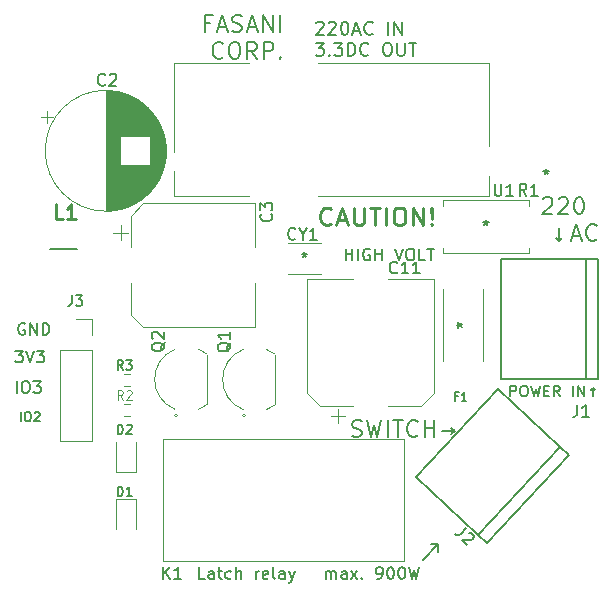
<source format=gto>
%TF.GenerationSoftware,KiCad,Pcbnew,7.0.1-3b83917a11~172~ubuntu20.04.1*%
%TF.CreationDate,2023-03-21T13:55:29+01:00*%
%TF.ProjectId,220AC-mini-C3-board,32323041-432d-46d6-996e-692d43332d62,rev?*%
%TF.SameCoordinates,Original*%
%TF.FileFunction,Legend,Top*%
%TF.FilePolarity,Positive*%
%FSLAX46Y46*%
G04 Gerber Fmt 4.6, Leading zero omitted, Abs format (unit mm)*
G04 Created by KiCad (PCBNEW 7.0.1-3b83917a11~172~ubuntu20.04.1) date 2023-03-21 13:55:29*
%MOMM*%
%LPD*%
G01*
G04 APERTURE LIST*
%ADD10C,0.150000*%
%ADD11C,0.140000*%
%ADD12C,0.250000*%
%ADD13C,0.180000*%
%ADD14C,0.120000*%
%ADD15C,0.130000*%
%ADD16C,0.254000*%
%ADD17C,0.127000*%
%ADD18C,0.200000*%
G04 APERTURE END LIST*
D10*
X140993333Y-96201000D02*
X141193333Y-96267666D01*
X141193333Y-96267666D02*
X141526667Y-96267666D01*
X141526667Y-96267666D02*
X141660000Y-96201000D01*
X141660000Y-96201000D02*
X141726667Y-96134333D01*
X141726667Y-96134333D02*
X141793333Y-96001000D01*
X141793333Y-96001000D02*
X141793333Y-95867666D01*
X141793333Y-95867666D02*
X141726667Y-95734333D01*
X141726667Y-95734333D02*
X141660000Y-95667666D01*
X141660000Y-95667666D02*
X141526667Y-95601000D01*
X141526667Y-95601000D02*
X141260000Y-95534333D01*
X141260000Y-95534333D02*
X141126667Y-95467666D01*
X141126667Y-95467666D02*
X141060000Y-95401000D01*
X141060000Y-95401000D02*
X140993333Y-95267666D01*
X140993333Y-95267666D02*
X140993333Y-95134333D01*
X140993333Y-95134333D02*
X141060000Y-95001000D01*
X141060000Y-95001000D02*
X141126667Y-94934333D01*
X141126667Y-94934333D02*
X141260000Y-94867666D01*
X141260000Y-94867666D02*
X141593333Y-94867666D01*
X141593333Y-94867666D02*
X141793333Y-94934333D01*
X142260000Y-94867666D02*
X142593333Y-96267666D01*
X142593333Y-96267666D02*
X142860000Y-95267666D01*
X142860000Y-95267666D02*
X143126666Y-96267666D01*
X143126666Y-96267666D02*
X143460000Y-94867666D01*
X143993333Y-96267666D02*
X143993333Y-94867666D01*
X144460000Y-94867666D02*
X145260000Y-94867666D01*
X144860000Y-96267666D02*
X144860000Y-94867666D01*
X146526667Y-96134333D02*
X146460000Y-96201000D01*
X146460000Y-96201000D02*
X146260000Y-96267666D01*
X146260000Y-96267666D02*
X146126667Y-96267666D01*
X146126667Y-96267666D02*
X145926667Y-96201000D01*
X145926667Y-96201000D02*
X145793334Y-96067666D01*
X145793334Y-96067666D02*
X145726667Y-95934333D01*
X145726667Y-95934333D02*
X145660000Y-95667666D01*
X145660000Y-95667666D02*
X145660000Y-95467666D01*
X145660000Y-95467666D02*
X145726667Y-95201000D01*
X145726667Y-95201000D02*
X145793334Y-95067666D01*
X145793334Y-95067666D02*
X145926667Y-94934333D01*
X145926667Y-94934333D02*
X146126667Y-94867666D01*
X146126667Y-94867666D02*
X146260000Y-94867666D01*
X146260000Y-94867666D02*
X146460000Y-94934333D01*
X146460000Y-94934333D02*
X146526667Y-95001000D01*
X147126667Y-96267666D02*
X147126667Y-94867666D01*
X147126667Y-95534333D02*
X147926667Y-95534333D01*
X147926667Y-96267666D02*
X147926667Y-94867666D01*
X148593334Y-95734333D02*
X149660001Y-95734333D01*
X149393334Y-96001000D02*
X149660001Y-95734333D01*
X149660001Y-95734333D02*
X149393334Y-95467666D01*
X154385714Y-92816357D02*
X154385714Y-91916357D01*
X154385714Y-91916357D02*
X154728571Y-91916357D01*
X154728571Y-91916357D02*
X154814286Y-91959214D01*
X154814286Y-91959214D02*
X154857143Y-92002071D01*
X154857143Y-92002071D02*
X154900000Y-92087785D01*
X154900000Y-92087785D02*
X154900000Y-92216357D01*
X154900000Y-92216357D02*
X154857143Y-92302071D01*
X154857143Y-92302071D02*
X154814286Y-92344928D01*
X154814286Y-92344928D02*
X154728571Y-92387785D01*
X154728571Y-92387785D02*
X154385714Y-92387785D01*
X155457143Y-91916357D02*
X155628571Y-91916357D01*
X155628571Y-91916357D02*
X155714286Y-91959214D01*
X155714286Y-91959214D02*
X155800000Y-92044928D01*
X155800000Y-92044928D02*
X155842857Y-92216357D01*
X155842857Y-92216357D02*
X155842857Y-92516357D01*
X155842857Y-92516357D02*
X155800000Y-92687785D01*
X155800000Y-92687785D02*
X155714286Y-92773500D01*
X155714286Y-92773500D02*
X155628571Y-92816357D01*
X155628571Y-92816357D02*
X155457143Y-92816357D01*
X155457143Y-92816357D02*
X155371429Y-92773500D01*
X155371429Y-92773500D02*
X155285714Y-92687785D01*
X155285714Y-92687785D02*
X155242857Y-92516357D01*
X155242857Y-92516357D02*
X155242857Y-92216357D01*
X155242857Y-92216357D02*
X155285714Y-92044928D01*
X155285714Y-92044928D02*
X155371429Y-91959214D01*
X155371429Y-91959214D02*
X155457143Y-91916357D01*
X156142857Y-91916357D02*
X156357143Y-92816357D01*
X156357143Y-92816357D02*
X156528571Y-92173500D01*
X156528571Y-92173500D02*
X156700000Y-92816357D01*
X156700000Y-92816357D02*
X156914286Y-91916357D01*
X157257142Y-92344928D02*
X157557142Y-92344928D01*
X157685714Y-92816357D02*
X157257142Y-92816357D01*
X157257142Y-92816357D02*
X157257142Y-91916357D01*
X157257142Y-91916357D02*
X157685714Y-91916357D01*
X158585714Y-92816357D02*
X158285714Y-92387785D01*
X158071428Y-92816357D02*
X158071428Y-91916357D01*
X158071428Y-91916357D02*
X158414285Y-91916357D01*
X158414285Y-91916357D02*
X158500000Y-91959214D01*
X158500000Y-91959214D02*
X158542857Y-92002071D01*
X158542857Y-92002071D02*
X158585714Y-92087785D01*
X158585714Y-92087785D02*
X158585714Y-92216357D01*
X158585714Y-92216357D02*
X158542857Y-92302071D01*
X158542857Y-92302071D02*
X158500000Y-92344928D01*
X158500000Y-92344928D02*
X158414285Y-92387785D01*
X158414285Y-92387785D02*
X158071428Y-92387785D01*
X159657142Y-92816357D02*
X159657142Y-91916357D01*
X160085713Y-92816357D02*
X160085713Y-91916357D01*
X160085713Y-91916357D02*
X160599999Y-92816357D01*
X160599999Y-92816357D02*
X160599999Y-91916357D01*
X161371427Y-92816357D02*
X161371427Y-92130642D01*
X161199999Y-92302071D02*
X161371427Y-92130642D01*
X161371427Y-92130642D02*
X161542856Y-92302071D01*
D11*
X128506189Y-108290119D02*
X128029999Y-108290119D01*
X128029999Y-108290119D02*
X128029999Y-107290119D01*
X129268094Y-108290119D02*
X129268094Y-107766309D01*
X129268094Y-107766309D02*
X129220475Y-107671071D01*
X129220475Y-107671071D02*
X129125237Y-107623452D01*
X129125237Y-107623452D02*
X128934761Y-107623452D01*
X128934761Y-107623452D02*
X128839523Y-107671071D01*
X129268094Y-108242500D02*
X129172856Y-108290119D01*
X129172856Y-108290119D02*
X128934761Y-108290119D01*
X128934761Y-108290119D02*
X128839523Y-108242500D01*
X128839523Y-108242500D02*
X128791904Y-108147261D01*
X128791904Y-108147261D02*
X128791904Y-108052023D01*
X128791904Y-108052023D02*
X128839523Y-107956785D01*
X128839523Y-107956785D02*
X128934761Y-107909166D01*
X128934761Y-107909166D02*
X129172856Y-107909166D01*
X129172856Y-107909166D02*
X129268094Y-107861547D01*
X129601428Y-107623452D02*
X129982380Y-107623452D01*
X129744285Y-107290119D02*
X129744285Y-108147261D01*
X129744285Y-108147261D02*
X129791904Y-108242500D01*
X129791904Y-108242500D02*
X129887142Y-108290119D01*
X129887142Y-108290119D02*
X129982380Y-108290119D01*
X130744285Y-108242500D02*
X130649047Y-108290119D01*
X130649047Y-108290119D02*
X130458571Y-108290119D01*
X130458571Y-108290119D02*
X130363333Y-108242500D01*
X130363333Y-108242500D02*
X130315714Y-108194880D01*
X130315714Y-108194880D02*
X130268095Y-108099642D01*
X130268095Y-108099642D02*
X130268095Y-107813928D01*
X130268095Y-107813928D02*
X130315714Y-107718690D01*
X130315714Y-107718690D02*
X130363333Y-107671071D01*
X130363333Y-107671071D02*
X130458571Y-107623452D01*
X130458571Y-107623452D02*
X130649047Y-107623452D01*
X130649047Y-107623452D02*
X130744285Y-107671071D01*
X131172857Y-108290119D02*
X131172857Y-107290119D01*
X131601428Y-108290119D02*
X131601428Y-107766309D01*
X131601428Y-107766309D02*
X131553809Y-107671071D01*
X131553809Y-107671071D02*
X131458571Y-107623452D01*
X131458571Y-107623452D02*
X131315714Y-107623452D01*
X131315714Y-107623452D02*
X131220476Y-107671071D01*
X131220476Y-107671071D02*
X131172857Y-107718690D01*
X132839524Y-108290119D02*
X132839524Y-107623452D01*
X132839524Y-107813928D02*
X132887143Y-107718690D01*
X132887143Y-107718690D02*
X132934762Y-107671071D01*
X132934762Y-107671071D02*
X133030000Y-107623452D01*
X133030000Y-107623452D02*
X133125238Y-107623452D01*
X133839524Y-108242500D02*
X133744286Y-108290119D01*
X133744286Y-108290119D02*
X133553810Y-108290119D01*
X133553810Y-108290119D02*
X133458572Y-108242500D01*
X133458572Y-108242500D02*
X133410953Y-108147261D01*
X133410953Y-108147261D02*
X133410953Y-107766309D01*
X133410953Y-107766309D02*
X133458572Y-107671071D01*
X133458572Y-107671071D02*
X133553810Y-107623452D01*
X133553810Y-107623452D02*
X133744286Y-107623452D01*
X133744286Y-107623452D02*
X133839524Y-107671071D01*
X133839524Y-107671071D02*
X133887143Y-107766309D01*
X133887143Y-107766309D02*
X133887143Y-107861547D01*
X133887143Y-107861547D02*
X133410953Y-107956785D01*
X134458572Y-108290119D02*
X134363334Y-108242500D01*
X134363334Y-108242500D02*
X134315715Y-108147261D01*
X134315715Y-108147261D02*
X134315715Y-107290119D01*
X135268096Y-108290119D02*
X135268096Y-107766309D01*
X135268096Y-107766309D02*
X135220477Y-107671071D01*
X135220477Y-107671071D02*
X135125239Y-107623452D01*
X135125239Y-107623452D02*
X134934763Y-107623452D01*
X134934763Y-107623452D02*
X134839525Y-107671071D01*
X135268096Y-108242500D02*
X135172858Y-108290119D01*
X135172858Y-108290119D02*
X134934763Y-108290119D01*
X134934763Y-108290119D02*
X134839525Y-108242500D01*
X134839525Y-108242500D02*
X134791906Y-108147261D01*
X134791906Y-108147261D02*
X134791906Y-108052023D01*
X134791906Y-108052023D02*
X134839525Y-107956785D01*
X134839525Y-107956785D02*
X134934763Y-107909166D01*
X134934763Y-107909166D02*
X135172858Y-107909166D01*
X135172858Y-107909166D02*
X135268096Y-107861547D01*
X135649049Y-107623452D02*
X135887144Y-108290119D01*
X136125239Y-107623452D02*
X135887144Y-108290119D01*
X135887144Y-108290119D02*
X135791906Y-108528214D01*
X135791906Y-108528214D02*
X135744287Y-108575833D01*
X135744287Y-108575833D02*
X135649049Y-108623452D01*
D10*
X112920000Y-94940095D02*
X112920000Y-94140095D01*
X113453333Y-94140095D02*
X113605714Y-94140095D01*
X113605714Y-94140095D02*
X113681904Y-94178190D01*
X113681904Y-94178190D02*
X113758095Y-94254380D01*
X113758095Y-94254380D02*
X113796190Y-94406761D01*
X113796190Y-94406761D02*
X113796190Y-94673428D01*
X113796190Y-94673428D02*
X113758095Y-94825809D01*
X113758095Y-94825809D02*
X113681904Y-94902000D01*
X113681904Y-94902000D02*
X113605714Y-94940095D01*
X113605714Y-94940095D02*
X113453333Y-94940095D01*
X113453333Y-94940095D02*
X113377142Y-94902000D01*
X113377142Y-94902000D02*
X113300952Y-94825809D01*
X113300952Y-94825809D02*
X113262856Y-94673428D01*
X113262856Y-94673428D02*
X113262856Y-94406761D01*
X113262856Y-94406761D02*
X113300952Y-94254380D01*
X113300952Y-94254380D02*
X113377142Y-94178190D01*
X113377142Y-94178190D02*
X113453333Y-94140095D01*
X114100951Y-94216285D02*
X114139047Y-94178190D01*
X114139047Y-94178190D02*
X114215237Y-94140095D01*
X114215237Y-94140095D02*
X114405713Y-94140095D01*
X114405713Y-94140095D02*
X114481904Y-94178190D01*
X114481904Y-94178190D02*
X114519999Y-94216285D01*
X114519999Y-94216285D02*
X114558094Y-94292476D01*
X114558094Y-94292476D02*
X114558094Y-94368666D01*
X114558094Y-94368666D02*
X114519999Y-94482952D01*
X114519999Y-94482952D02*
X114062856Y-94940095D01*
X114062856Y-94940095D02*
X114558094Y-94940095D01*
X112489048Y-88955952D02*
X113108095Y-88955952D01*
X113108095Y-88955952D02*
X112774762Y-89336904D01*
X112774762Y-89336904D02*
X112917619Y-89336904D01*
X112917619Y-89336904D02*
X113012857Y-89384523D01*
X113012857Y-89384523D02*
X113060476Y-89432142D01*
X113060476Y-89432142D02*
X113108095Y-89527380D01*
X113108095Y-89527380D02*
X113108095Y-89765475D01*
X113108095Y-89765475D02*
X113060476Y-89860713D01*
X113060476Y-89860713D02*
X113012857Y-89908333D01*
X113012857Y-89908333D02*
X112917619Y-89955952D01*
X112917619Y-89955952D02*
X112631905Y-89955952D01*
X112631905Y-89955952D02*
X112536667Y-89908333D01*
X112536667Y-89908333D02*
X112489048Y-89860713D01*
X113393810Y-88955952D02*
X113727143Y-89955952D01*
X113727143Y-89955952D02*
X114060476Y-88955952D01*
X114298572Y-88955952D02*
X114917619Y-88955952D01*
X114917619Y-88955952D02*
X114584286Y-89336904D01*
X114584286Y-89336904D02*
X114727143Y-89336904D01*
X114727143Y-89336904D02*
X114822381Y-89384523D01*
X114822381Y-89384523D02*
X114870000Y-89432142D01*
X114870000Y-89432142D02*
X114917619Y-89527380D01*
X114917619Y-89527380D02*
X114917619Y-89765475D01*
X114917619Y-89765475D02*
X114870000Y-89860713D01*
X114870000Y-89860713D02*
X114822381Y-89908333D01*
X114822381Y-89908333D02*
X114727143Y-89955952D01*
X114727143Y-89955952D02*
X114441429Y-89955952D01*
X114441429Y-89955952D02*
X114346191Y-89908333D01*
X114346191Y-89908333D02*
X114298572Y-89860713D01*
D11*
X137949523Y-61217142D02*
X138001904Y-61164761D01*
X138001904Y-61164761D02*
X138106666Y-61112380D01*
X138106666Y-61112380D02*
X138368571Y-61112380D01*
X138368571Y-61112380D02*
X138473333Y-61164761D01*
X138473333Y-61164761D02*
X138525714Y-61217142D01*
X138525714Y-61217142D02*
X138578095Y-61321904D01*
X138578095Y-61321904D02*
X138578095Y-61426666D01*
X138578095Y-61426666D02*
X138525714Y-61583809D01*
X138525714Y-61583809D02*
X137897142Y-62212380D01*
X137897142Y-62212380D02*
X138578095Y-62212380D01*
X138997142Y-61217142D02*
X139049523Y-61164761D01*
X139049523Y-61164761D02*
X139154285Y-61112380D01*
X139154285Y-61112380D02*
X139416190Y-61112380D01*
X139416190Y-61112380D02*
X139520952Y-61164761D01*
X139520952Y-61164761D02*
X139573333Y-61217142D01*
X139573333Y-61217142D02*
X139625714Y-61321904D01*
X139625714Y-61321904D02*
X139625714Y-61426666D01*
X139625714Y-61426666D02*
X139573333Y-61583809D01*
X139573333Y-61583809D02*
X138944761Y-62212380D01*
X138944761Y-62212380D02*
X139625714Y-62212380D01*
X140306666Y-61112380D02*
X140411428Y-61112380D01*
X140411428Y-61112380D02*
X140516190Y-61164761D01*
X140516190Y-61164761D02*
X140568571Y-61217142D01*
X140568571Y-61217142D02*
X140620952Y-61321904D01*
X140620952Y-61321904D02*
X140673333Y-61531428D01*
X140673333Y-61531428D02*
X140673333Y-61793333D01*
X140673333Y-61793333D02*
X140620952Y-62002857D01*
X140620952Y-62002857D02*
X140568571Y-62107619D01*
X140568571Y-62107619D02*
X140516190Y-62160000D01*
X140516190Y-62160000D02*
X140411428Y-62212380D01*
X140411428Y-62212380D02*
X140306666Y-62212380D01*
X140306666Y-62212380D02*
X140201904Y-62160000D01*
X140201904Y-62160000D02*
X140149523Y-62107619D01*
X140149523Y-62107619D02*
X140097142Y-62002857D01*
X140097142Y-62002857D02*
X140044761Y-61793333D01*
X140044761Y-61793333D02*
X140044761Y-61531428D01*
X140044761Y-61531428D02*
X140097142Y-61321904D01*
X140097142Y-61321904D02*
X140149523Y-61217142D01*
X140149523Y-61217142D02*
X140201904Y-61164761D01*
X140201904Y-61164761D02*
X140306666Y-61112380D01*
X141092380Y-61898095D02*
X141616190Y-61898095D01*
X140987618Y-62212380D02*
X141354285Y-61112380D01*
X141354285Y-61112380D02*
X141720952Y-62212380D01*
X142716190Y-62107619D02*
X142663809Y-62160000D01*
X142663809Y-62160000D02*
X142506666Y-62212380D01*
X142506666Y-62212380D02*
X142401904Y-62212380D01*
X142401904Y-62212380D02*
X142244761Y-62160000D01*
X142244761Y-62160000D02*
X142139999Y-62055238D01*
X142139999Y-62055238D02*
X142087618Y-61950476D01*
X142087618Y-61950476D02*
X142035237Y-61740952D01*
X142035237Y-61740952D02*
X142035237Y-61583809D01*
X142035237Y-61583809D02*
X142087618Y-61374285D01*
X142087618Y-61374285D02*
X142139999Y-61269523D01*
X142139999Y-61269523D02*
X142244761Y-61164761D01*
X142244761Y-61164761D02*
X142401904Y-61112380D01*
X142401904Y-61112380D02*
X142506666Y-61112380D01*
X142506666Y-61112380D02*
X142663809Y-61164761D01*
X142663809Y-61164761D02*
X142716190Y-61217142D01*
X144025713Y-62212380D02*
X144025713Y-61112380D01*
X144549523Y-62212380D02*
X144549523Y-61112380D01*
X144549523Y-61112380D02*
X145178095Y-62212380D01*
X145178095Y-62212380D02*
X145178095Y-61112380D01*
X137897142Y-62894380D02*
X138578095Y-62894380D01*
X138578095Y-62894380D02*
X138211428Y-63313428D01*
X138211428Y-63313428D02*
X138368571Y-63313428D01*
X138368571Y-63313428D02*
X138473333Y-63365809D01*
X138473333Y-63365809D02*
X138525714Y-63418190D01*
X138525714Y-63418190D02*
X138578095Y-63522952D01*
X138578095Y-63522952D02*
X138578095Y-63784857D01*
X138578095Y-63784857D02*
X138525714Y-63889619D01*
X138525714Y-63889619D02*
X138473333Y-63942000D01*
X138473333Y-63942000D02*
X138368571Y-63994380D01*
X138368571Y-63994380D02*
X138054285Y-63994380D01*
X138054285Y-63994380D02*
X137949523Y-63942000D01*
X137949523Y-63942000D02*
X137897142Y-63889619D01*
X139049523Y-63889619D02*
X139101904Y-63942000D01*
X139101904Y-63942000D02*
X139049523Y-63994380D01*
X139049523Y-63994380D02*
X138997142Y-63942000D01*
X138997142Y-63942000D02*
X139049523Y-63889619D01*
X139049523Y-63889619D02*
X139049523Y-63994380D01*
X139468571Y-62894380D02*
X140149524Y-62894380D01*
X140149524Y-62894380D02*
X139782857Y-63313428D01*
X139782857Y-63313428D02*
X139940000Y-63313428D01*
X139940000Y-63313428D02*
X140044762Y-63365809D01*
X140044762Y-63365809D02*
X140097143Y-63418190D01*
X140097143Y-63418190D02*
X140149524Y-63522952D01*
X140149524Y-63522952D02*
X140149524Y-63784857D01*
X140149524Y-63784857D02*
X140097143Y-63889619D01*
X140097143Y-63889619D02*
X140044762Y-63942000D01*
X140044762Y-63942000D02*
X139940000Y-63994380D01*
X139940000Y-63994380D02*
X139625714Y-63994380D01*
X139625714Y-63994380D02*
X139520952Y-63942000D01*
X139520952Y-63942000D02*
X139468571Y-63889619D01*
X140620952Y-63994380D02*
X140620952Y-62894380D01*
X140620952Y-62894380D02*
X140882857Y-62894380D01*
X140882857Y-62894380D02*
X141040000Y-62946761D01*
X141040000Y-62946761D02*
X141144762Y-63051523D01*
X141144762Y-63051523D02*
X141197143Y-63156285D01*
X141197143Y-63156285D02*
X141249524Y-63365809D01*
X141249524Y-63365809D02*
X141249524Y-63522952D01*
X141249524Y-63522952D02*
X141197143Y-63732476D01*
X141197143Y-63732476D02*
X141144762Y-63837238D01*
X141144762Y-63837238D02*
X141040000Y-63942000D01*
X141040000Y-63942000D02*
X140882857Y-63994380D01*
X140882857Y-63994380D02*
X140620952Y-63994380D01*
X142349524Y-63889619D02*
X142297143Y-63942000D01*
X142297143Y-63942000D02*
X142140000Y-63994380D01*
X142140000Y-63994380D02*
X142035238Y-63994380D01*
X142035238Y-63994380D02*
X141878095Y-63942000D01*
X141878095Y-63942000D02*
X141773333Y-63837238D01*
X141773333Y-63837238D02*
X141720952Y-63732476D01*
X141720952Y-63732476D02*
X141668571Y-63522952D01*
X141668571Y-63522952D02*
X141668571Y-63365809D01*
X141668571Y-63365809D02*
X141720952Y-63156285D01*
X141720952Y-63156285D02*
X141773333Y-63051523D01*
X141773333Y-63051523D02*
X141878095Y-62946761D01*
X141878095Y-62946761D02*
X142035238Y-62894380D01*
X142035238Y-62894380D02*
X142140000Y-62894380D01*
X142140000Y-62894380D02*
X142297143Y-62946761D01*
X142297143Y-62946761D02*
X142349524Y-62999142D01*
X143868571Y-62894380D02*
X144078095Y-62894380D01*
X144078095Y-62894380D02*
X144182857Y-62946761D01*
X144182857Y-62946761D02*
X144287619Y-63051523D01*
X144287619Y-63051523D02*
X144340000Y-63261047D01*
X144340000Y-63261047D02*
X144340000Y-63627714D01*
X144340000Y-63627714D02*
X144287619Y-63837238D01*
X144287619Y-63837238D02*
X144182857Y-63942000D01*
X144182857Y-63942000D02*
X144078095Y-63994380D01*
X144078095Y-63994380D02*
X143868571Y-63994380D01*
X143868571Y-63994380D02*
X143763809Y-63942000D01*
X143763809Y-63942000D02*
X143659047Y-63837238D01*
X143659047Y-63837238D02*
X143606666Y-63627714D01*
X143606666Y-63627714D02*
X143606666Y-63261047D01*
X143606666Y-63261047D02*
X143659047Y-63051523D01*
X143659047Y-63051523D02*
X143763809Y-62946761D01*
X143763809Y-62946761D02*
X143868571Y-62894380D01*
X144811428Y-62894380D02*
X144811428Y-63784857D01*
X144811428Y-63784857D02*
X144863809Y-63889619D01*
X144863809Y-63889619D02*
X144916190Y-63942000D01*
X144916190Y-63942000D02*
X145020952Y-63994380D01*
X145020952Y-63994380D02*
X145230476Y-63994380D01*
X145230476Y-63994380D02*
X145335238Y-63942000D01*
X145335238Y-63942000D02*
X145387619Y-63889619D01*
X145387619Y-63889619D02*
X145440000Y-63784857D01*
X145440000Y-63784857D02*
X145440000Y-62894380D01*
X145806666Y-62894380D02*
X146435238Y-62894380D01*
X146120952Y-63994380D02*
X146120952Y-62894380D01*
D10*
X140438095Y-81312619D02*
X140438095Y-80312619D01*
X140438095Y-80788809D02*
X141009523Y-80788809D01*
X141009523Y-81312619D02*
X141009523Y-80312619D01*
X141485714Y-81312619D02*
X141485714Y-80312619D01*
X142485713Y-80360238D02*
X142390475Y-80312619D01*
X142390475Y-80312619D02*
X142247618Y-80312619D01*
X142247618Y-80312619D02*
X142104761Y-80360238D01*
X142104761Y-80360238D02*
X142009523Y-80455476D01*
X142009523Y-80455476D02*
X141961904Y-80550714D01*
X141961904Y-80550714D02*
X141914285Y-80741190D01*
X141914285Y-80741190D02*
X141914285Y-80884047D01*
X141914285Y-80884047D02*
X141961904Y-81074523D01*
X141961904Y-81074523D02*
X142009523Y-81169761D01*
X142009523Y-81169761D02*
X142104761Y-81265000D01*
X142104761Y-81265000D02*
X142247618Y-81312619D01*
X142247618Y-81312619D02*
X142342856Y-81312619D01*
X142342856Y-81312619D02*
X142485713Y-81265000D01*
X142485713Y-81265000D02*
X142533332Y-81217380D01*
X142533332Y-81217380D02*
X142533332Y-80884047D01*
X142533332Y-80884047D02*
X142342856Y-80884047D01*
X142961904Y-81312619D02*
X142961904Y-80312619D01*
X142961904Y-80788809D02*
X143533332Y-80788809D01*
X143533332Y-81312619D02*
X143533332Y-80312619D01*
X144628571Y-80312619D02*
X144961904Y-81312619D01*
X144961904Y-81312619D02*
X145295237Y-80312619D01*
X145819047Y-80312619D02*
X146009523Y-80312619D01*
X146009523Y-80312619D02*
X146104761Y-80360238D01*
X146104761Y-80360238D02*
X146199999Y-80455476D01*
X146199999Y-80455476D02*
X146247618Y-80645952D01*
X146247618Y-80645952D02*
X146247618Y-80979285D01*
X146247618Y-80979285D02*
X146199999Y-81169761D01*
X146199999Y-81169761D02*
X146104761Y-81265000D01*
X146104761Y-81265000D02*
X146009523Y-81312619D01*
X146009523Y-81312619D02*
X145819047Y-81312619D01*
X145819047Y-81312619D02*
X145723809Y-81265000D01*
X145723809Y-81265000D02*
X145628571Y-81169761D01*
X145628571Y-81169761D02*
X145580952Y-80979285D01*
X145580952Y-80979285D02*
X145580952Y-80645952D01*
X145580952Y-80645952D02*
X145628571Y-80455476D01*
X145628571Y-80455476D02*
X145723809Y-80360238D01*
X145723809Y-80360238D02*
X145819047Y-80312619D01*
X147152380Y-81312619D02*
X146676190Y-81312619D01*
X146676190Y-81312619D02*
X146676190Y-80312619D01*
X147342857Y-80312619D02*
X147914285Y-80312619D01*
X147628571Y-81312619D02*
X147628571Y-80312619D01*
X157150000Y-76117000D02*
X157216667Y-76050333D01*
X157216667Y-76050333D02*
X157350000Y-75983666D01*
X157350000Y-75983666D02*
X157683334Y-75983666D01*
X157683334Y-75983666D02*
X157816667Y-76050333D01*
X157816667Y-76050333D02*
X157883334Y-76117000D01*
X157883334Y-76117000D02*
X157950000Y-76250333D01*
X157950000Y-76250333D02*
X157950000Y-76383666D01*
X157950000Y-76383666D02*
X157883334Y-76583666D01*
X157883334Y-76583666D02*
X157083334Y-77383666D01*
X157083334Y-77383666D02*
X157950000Y-77383666D01*
X158483333Y-76117000D02*
X158550000Y-76050333D01*
X158550000Y-76050333D02*
X158683333Y-75983666D01*
X158683333Y-75983666D02*
X159016667Y-75983666D01*
X159016667Y-75983666D02*
X159150000Y-76050333D01*
X159150000Y-76050333D02*
X159216667Y-76117000D01*
X159216667Y-76117000D02*
X159283333Y-76250333D01*
X159283333Y-76250333D02*
X159283333Y-76383666D01*
X159283333Y-76383666D02*
X159216667Y-76583666D01*
X159216667Y-76583666D02*
X158416667Y-77383666D01*
X158416667Y-77383666D02*
X159283333Y-77383666D01*
X160150000Y-75983666D02*
X160283333Y-75983666D01*
X160283333Y-75983666D02*
X160416666Y-76050333D01*
X160416666Y-76050333D02*
X160483333Y-76117000D01*
X160483333Y-76117000D02*
X160550000Y-76250333D01*
X160550000Y-76250333D02*
X160616666Y-76517000D01*
X160616666Y-76517000D02*
X160616666Y-76850333D01*
X160616666Y-76850333D02*
X160550000Y-77117000D01*
X160550000Y-77117000D02*
X160483333Y-77250333D01*
X160483333Y-77250333D02*
X160416666Y-77317000D01*
X160416666Y-77317000D02*
X160283333Y-77383666D01*
X160283333Y-77383666D02*
X160150000Y-77383666D01*
X160150000Y-77383666D02*
X160016666Y-77317000D01*
X160016666Y-77317000D02*
X159950000Y-77250333D01*
X159950000Y-77250333D02*
X159883333Y-77117000D01*
X159883333Y-77117000D02*
X159816666Y-76850333D01*
X159816666Y-76850333D02*
X159816666Y-76517000D01*
X159816666Y-76517000D02*
X159883333Y-76250333D01*
X159883333Y-76250333D02*
X159950000Y-76117000D01*
X159950000Y-76117000D02*
X160016666Y-76050333D01*
X160016666Y-76050333D02*
X160150000Y-75983666D01*
X158483333Y-78585000D02*
X158483333Y-79651666D01*
X158750000Y-79385000D02*
X158483333Y-79651666D01*
X158483333Y-79651666D02*
X158216667Y-79385000D01*
X159616666Y-79251666D02*
X160283333Y-79251666D01*
X159483333Y-79651666D02*
X159950000Y-78251666D01*
X159950000Y-78251666D02*
X160416666Y-79651666D01*
X161683333Y-79518333D02*
X161616666Y-79585000D01*
X161616666Y-79585000D02*
X161416666Y-79651666D01*
X161416666Y-79651666D02*
X161283333Y-79651666D01*
X161283333Y-79651666D02*
X161083333Y-79585000D01*
X161083333Y-79585000D02*
X160950000Y-79451666D01*
X160950000Y-79451666D02*
X160883333Y-79318333D01*
X160883333Y-79318333D02*
X160816666Y-79051666D01*
X160816666Y-79051666D02*
X160816666Y-78851666D01*
X160816666Y-78851666D02*
X160883333Y-78585000D01*
X160883333Y-78585000D02*
X160950000Y-78451666D01*
X160950000Y-78451666D02*
X161083333Y-78318333D01*
X161083333Y-78318333D02*
X161283333Y-78251666D01*
X161283333Y-78251666D02*
X161416666Y-78251666D01*
X161416666Y-78251666D02*
X161616666Y-78318333D01*
X161616666Y-78318333D02*
X161683333Y-78385000D01*
D12*
X139214285Y-78201071D02*
X139142857Y-78272500D01*
X139142857Y-78272500D02*
X138928571Y-78343928D01*
X138928571Y-78343928D02*
X138785714Y-78343928D01*
X138785714Y-78343928D02*
X138571428Y-78272500D01*
X138571428Y-78272500D02*
X138428571Y-78129642D01*
X138428571Y-78129642D02*
X138357142Y-77986785D01*
X138357142Y-77986785D02*
X138285714Y-77701071D01*
X138285714Y-77701071D02*
X138285714Y-77486785D01*
X138285714Y-77486785D02*
X138357142Y-77201071D01*
X138357142Y-77201071D02*
X138428571Y-77058214D01*
X138428571Y-77058214D02*
X138571428Y-76915357D01*
X138571428Y-76915357D02*
X138785714Y-76843928D01*
X138785714Y-76843928D02*
X138928571Y-76843928D01*
X138928571Y-76843928D02*
X139142857Y-76915357D01*
X139142857Y-76915357D02*
X139214285Y-76986785D01*
X139785714Y-77915357D02*
X140500000Y-77915357D01*
X139642857Y-78343928D02*
X140142857Y-76843928D01*
X140142857Y-76843928D02*
X140642857Y-78343928D01*
X141142856Y-76843928D02*
X141142856Y-78058214D01*
X141142856Y-78058214D02*
X141214285Y-78201071D01*
X141214285Y-78201071D02*
X141285714Y-78272500D01*
X141285714Y-78272500D02*
X141428571Y-78343928D01*
X141428571Y-78343928D02*
X141714285Y-78343928D01*
X141714285Y-78343928D02*
X141857142Y-78272500D01*
X141857142Y-78272500D02*
X141928571Y-78201071D01*
X141928571Y-78201071D02*
X141999999Y-78058214D01*
X141999999Y-78058214D02*
X141999999Y-76843928D01*
X142500000Y-76843928D02*
X143357143Y-76843928D01*
X142928571Y-78343928D02*
X142928571Y-76843928D01*
X143857142Y-78343928D02*
X143857142Y-76843928D01*
X144857143Y-76843928D02*
X145142857Y-76843928D01*
X145142857Y-76843928D02*
X145285714Y-76915357D01*
X145285714Y-76915357D02*
X145428571Y-77058214D01*
X145428571Y-77058214D02*
X145500000Y-77343928D01*
X145500000Y-77343928D02*
X145500000Y-77843928D01*
X145500000Y-77843928D02*
X145428571Y-78129642D01*
X145428571Y-78129642D02*
X145285714Y-78272500D01*
X145285714Y-78272500D02*
X145142857Y-78343928D01*
X145142857Y-78343928D02*
X144857143Y-78343928D01*
X144857143Y-78343928D02*
X144714286Y-78272500D01*
X144714286Y-78272500D02*
X144571428Y-78129642D01*
X144571428Y-78129642D02*
X144500000Y-77843928D01*
X144500000Y-77843928D02*
X144500000Y-77343928D01*
X144500000Y-77343928D02*
X144571428Y-77058214D01*
X144571428Y-77058214D02*
X144714286Y-76915357D01*
X144714286Y-76915357D02*
X144857143Y-76843928D01*
X146142857Y-78343928D02*
X146142857Y-76843928D01*
X146142857Y-76843928D02*
X147000000Y-78343928D01*
X147000000Y-78343928D02*
X147000000Y-76843928D01*
X147714286Y-78201071D02*
X147785715Y-78272500D01*
X147785715Y-78272500D02*
X147714286Y-78343928D01*
X147714286Y-78343928D02*
X147642858Y-78272500D01*
X147642858Y-78272500D02*
X147714286Y-78201071D01*
X147714286Y-78201071D02*
X147714286Y-78343928D01*
X147714286Y-77772500D02*
X147642858Y-76915357D01*
X147642858Y-76915357D02*
X147714286Y-76843928D01*
X147714286Y-76843928D02*
X147785715Y-76915357D01*
X147785715Y-76915357D02*
X147714286Y-77772500D01*
X147714286Y-77772500D02*
X147714286Y-76843928D01*
D10*
X138765238Y-108282619D02*
X138765238Y-107615952D01*
X138765238Y-107711190D02*
X138812857Y-107663571D01*
X138812857Y-107663571D02*
X138908095Y-107615952D01*
X138908095Y-107615952D02*
X139050952Y-107615952D01*
X139050952Y-107615952D02*
X139146190Y-107663571D01*
X139146190Y-107663571D02*
X139193809Y-107758809D01*
X139193809Y-107758809D02*
X139193809Y-108282619D01*
X139193809Y-107758809D02*
X139241428Y-107663571D01*
X139241428Y-107663571D02*
X139336666Y-107615952D01*
X139336666Y-107615952D02*
X139479523Y-107615952D01*
X139479523Y-107615952D02*
X139574762Y-107663571D01*
X139574762Y-107663571D02*
X139622381Y-107758809D01*
X139622381Y-107758809D02*
X139622381Y-108282619D01*
X140527142Y-108282619D02*
X140527142Y-107758809D01*
X140527142Y-107758809D02*
X140479523Y-107663571D01*
X140479523Y-107663571D02*
X140384285Y-107615952D01*
X140384285Y-107615952D02*
X140193809Y-107615952D01*
X140193809Y-107615952D02*
X140098571Y-107663571D01*
X140527142Y-108235000D02*
X140431904Y-108282619D01*
X140431904Y-108282619D02*
X140193809Y-108282619D01*
X140193809Y-108282619D02*
X140098571Y-108235000D01*
X140098571Y-108235000D02*
X140050952Y-108139761D01*
X140050952Y-108139761D02*
X140050952Y-108044523D01*
X140050952Y-108044523D02*
X140098571Y-107949285D01*
X140098571Y-107949285D02*
X140193809Y-107901666D01*
X140193809Y-107901666D02*
X140431904Y-107901666D01*
X140431904Y-107901666D02*
X140527142Y-107854047D01*
X140908095Y-108282619D02*
X141431904Y-107615952D01*
X140908095Y-107615952D02*
X141431904Y-108282619D01*
X141812857Y-108187380D02*
X141860476Y-108235000D01*
X141860476Y-108235000D02*
X141812857Y-108282619D01*
X141812857Y-108282619D02*
X141765238Y-108235000D01*
X141765238Y-108235000D02*
X141812857Y-108187380D01*
X141812857Y-108187380D02*
X141812857Y-108282619D01*
X143098571Y-108282619D02*
X143289047Y-108282619D01*
X143289047Y-108282619D02*
X143384285Y-108235000D01*
X143384285Y-108235000D02*
X143431904Y-108187380D01*
X143431904Y-108187380D02*
X143527142Y-108044523D01*
X143527142Y-108044523D02*
X143574761Y-107854047D01*
X143574761Y-107854047D02*
X143574761Y-107473095D01*
X143574761Y-107473095D02*
X143527142Y-107377857D01*
X143527142Y-107377857D02*
X143479523Y-107330238D01*
X143479523Y-107330238D02*
X143384285Y-107282619D01*
X143384285Y-107282619D02*
X143193809Y-107282619D01*
X143193809Y-107282619D02*
X143098571Y-107330238D01*
X143098571Y-107330238D02*
X143050952Y-107377857D01*
X143050952Y-107377857D02*
X143003333Y-107473095D01*
X143003333Y-107473095D02*
X143003333Y-107711190D01*
X143003333Y-107711190D02*
X143050952Y-107806428D01*
X143050952Y-107806428D02*
X143098571Y-107854047D01*
X143098571Y-107854047D02*
X143193809Y-107901666D01*
X143193809Y-107901666D02*
X143384285Y-107901666D01*
X143384285Y-107901666D02*
X143479523Y-107854047D01*
X143479523Y-107854047D02*
X143527142Y-107806428D01*
X143527142Y-107806428D02*
X143574761Y-107711190D01*
X144193809Y-107282619D02*
X144289047Y-107282619D01*
X144289047Y-107282619D02*
X144384285Y-107330238D01*
X144384285Y-107330238D02*
X144431904Y-107377857D01*
X144431904Y-107377857D02*
X144479523Y-107473095D01*
X144479523Y-107473095D02*
X144527142Y-107663571D01*
X144527142Y-107663571D02*
X144527142Y-107901666D01*
X144527142Y-107901666D02*
X144479523Y-108092142D01*
X144479523Y-108092142D02*
X144431904Y-108187380D01*
X144431904Y-108187380D02*
X144384285Y-108235000D01*
X144384285Y-108235000D02*
X144289047Y-108282619D01*
X144289047Y-108282619D02*
X144193809Y-108282619D01*
X144193809Y-108282619D02*
X144098571Y-108235000D01*
X144098571Y-108235000D02*
X144050952Y-108187380D01*
X144050952Y-108187380D02*
X144003333Y-108092142D01*
X144003333Y-108092142D02*
X143955714Y-107901666D01*
X143955714Y-107901666D02*
X143955714Y-107663571D01*
X143955714Y-107663571D02*
X144003333Y-107473095D01*
X144003333Y-107473095D02*
X144050952Y-107377857D01*
X144050952Y-107377857D02*
X144098571Y-107330238D01*
X144098571Y-107330238D02*
X144193809Y-107282619D01*
X145146190Y-107282619D02*
X145241428Y-107282619D01*
X145241428Y-107282619D02*
X145336666Y-107330238D01*
X145336666Y-107330238D02*
X145384285Y-107377857D01*
X145384285Y-107377857D02*
X145431904Y-107473095D01*
X145431904Y-107473095D02*
X145479523Y-107663571D01*
X145479523Y-107663571D02*
X145479523Y-107901666D01*
X145479523Y-107901666D02*
X145431904Y-108092142D01*
X145431904Y-108092142D02*
X145384285Y-108187380D01*
X145384285Y-108187380D02*
X145336666Y-108235000D01*
X145336666Y-108235000D02*
X145241428Y-108282619D01*
X145241428Y-108282619D02*
X145146190Y-108282619D01*
X145146190Y-108282619D02*
X145050952Y-108235000D01*
X145050952Y-108235000D02*
X145003333Y-108187380D01*
X145003333Y-108187380D02*
X144955714Y-108092142D01*
X144955714Y-108092142D02*
X144908095Y-107901666D01*
X144908095Y-107901666D02*
X144908095Y-107663571D01*
X144908095Y-107663571D02*
X144955714Y-107473095D01*
X144955714Y-107473095D02*
X145003333Y-107377857D01*
X145003333Y-107377857D02*
X145050952Y-107330238D01*
X145050952Y-107330238D02*
X145146190Y-107282619D01*
X145812857Y-107282619D02*
X146050952Y-108282619D01*
X146050952Y-108282619D02*
X146241428Y-107568333D01*
X146241428Y-107568333D02*
X146431904Y-108282619D01*
X146431904Y-108282619D02*
X146670000Y-107282619D01*
X148296666Y-105346666D02*
X146963333Y-106680000D01*
X147630000Y-105346666D02*
X148296666Y-105346666D01*
X148296666Y-105346666D02*
X148296666Y-106013333D01*
X113268095Y-86670238D02*
X113172857Y-86622619D01*
X113172857Y-86622619D02*
X113030000Y-86622619D01*
X113030000Y-86622619D02*
X112887143Y-86670238D01*
X112887143Y-86670238D02*
X112791905Y-86765476D01*
X112791905Y-86765476D02*
X112744286Y-86860714D01*
X112744286Y-86860714D02*
X112696667Y-87051190D01*
X112696667Y-87051190D02*
X112696667Y-87194047D01*
X112696667Y-87194047D02*
X112744286Y-87384523D01*
X112744286Y-87384523D02*
X112791905Y-87479761D01*
X112791905Y-87479761D02*
X112887143Y-87575000D01*
X112887143Y-87575000D02*
X113030000Y-87622619D01*
X113030000Y-87622619D02*
X113125238Y-87622619D01*
X113125238Y-87622619D02*
X113268095Y-87575000D01*
X113268095Y-87575000D02*
X113315714Y-87527380D01*
X113315714Y-87527380D02*
X113315714Y-87194047D01*
X113315714Y-87194047D02*
X113125238Y-87194047D01*
X113744286Y-87622619D02*
X113744286Y-86622619D01*
X113744286Y-86622619D02*
X114315714Y-87622619D01*
X114315714Y-87622619D02*
X114315714Y-86622619D01*
X114791905Y-87622619D02*
X114791905Y-86622619D01*
X114791905Y-86622619D02*
X115030000Y-86622619D01*
X115030000Y-86622619D02*
X115172857Y-86670238D01*
X115172857Y-86670238D02*
X115268095Y-86765476D01*
X115268095Y-86765476D02*
X115315714Y-86860714D01*
X115315714Y-86860714D02*
X115363333Y-87051190D01*
X115363333Y-87051190D02*
X115363333Y-87194047D01*
X115363333Y-87194047D02*
X115315714Y-87384523D01*
X115315714Y-87384523D02*
X115268095Y-87479761D01*
X115268095Y-87479761D02*
X115172857Y-87575000D01*
X115172857Y-87575000D02*
X115030000Y-87622619D01*
X115030000Y-87622619D02*
X114791905Y-87622619D01*
D13*
X128983333Y-61230333D02*
X128516666Y-61230333D01*
X128516666Y-61963666D02*
X128516666Y-60563666D01*
X128516666Y-60563666D02*
X129183333Y-60563666D01*
X129649999Y-61563666D02*
X130316666Y-61563666D01*
X129516666Y-61963666D02*
X129983333Y-60563666D01*
X129983333Y-60563666D02*
X130449999Y-61963666D01*
X130849999Y-61897000D02*
X131049999Y-61963666D01*
X131049999Y-61963666D02*
X131383333Y-61963666D01*
X131383333Y-61963666D02*
X131516666Y-61897000D01*
X131516666Y-61897000D02*
X131583333Y-61830333D01*
X131583333Y-61830333D02*
X131649999Y-61697000D01*
X131649999Y-61697000D02*
X131649999Y-61563666D01*
X131649999Y-61563666D02*
X131583333Y-61430333D01*
X131583333Y-61430333D02*
X131516666Y-61363666D01*
X131516666Y-61363666D02*
X131383333Y-61297000D01*
X131383333Y-61297000D02*
X131116666Y-61230333D01*
X131116666Y-61230333D02*
X130983333Y-61163666D01*
X130983333Y-61163666D02*
X130916666Y-61097000D01*
X130916666Y-61097000D02*
X130849999Y-60963666D01*
X130849999Y-60963666D02*
X130849999Y-60830333D01*
X130849999Y-60830333D02*
X130916666Y-60697000D01*
X130916666Y-60697000D02*
X130983333Y-60630333D01*
X130983333Y-60630333D02*
X131116666Y-60563666D01*
X131116666Y-60563666D02*
X131449999Y-60563666D01*
X131449999Y-60563666D02*
X131649999Y-60630333D01*
X132183332Y-61563666D02*
X132849999Y-61563666D01*
X132049999Y-61963666D02*
X132516666Y-60563666D01*
X132516666Y-60563666D02*
X132983332Y-61963666D01*
X133449999Y-61963666D02*
X133449999Y-60563666D01*
X133449999Y-60563666D02*
X134249999Y-61963666D01*
X134249999Y-61963666D02*
X134249999Y-60563666D01*
X134916666Y-61963666D02*
X134916666Y-60563666D01*
X130049999Y-64098333D02*
X129983332Y-64165000D01*
X129983332Y-64165000D02*
X129783332Y-64231666D01*
X129783332Y-64231666D02*
X129649999Y-64231666D01*
X129649999Y-64231666D02*
X129449999Y-64165000D01*
X129449999Y-64165000D02*
X129316666Y-64031666D01*
X129316666Y-64031666D02*
X129249999Y-63898333D01*
X129249999Y-63898333D02*
X129183332Y-63631666D01*
X129183332Y-63631666D02*
X129183332Y-63431666D01*
X129183332Y-63431666D02*
X129249999Y-63165000D01*
X129249999Y-63165000D02*
X129316666Y-63031666D01*
X129316666Y-63031666D02*
X129449999Y-62898333D01*
X129449999Y-62898333D02*
X129649999Y-62831666D01*
X129649999Y-62831666D02*
X129783332Y-62831666D01*
X129783332Y-62831666D02*
X129983332Y-62898333D01*
X129983332Y-62898333D02*
X130049999Y-62965000D01*
X130916666Y-62831666D02*
X131183332Y-62831666D01*
X131183332Y-62831666D02*
X131316666Y-62898333D01*
X131316666Y-62898333D02*
X131449999Y-63031666D01*
X131449999Y-63031666D02*
X131516666Y-63298333D01*
X131516666Y-63298333D02*
X131516666Y-63765000D01*
X131516666Y-63765000D02*
X131449999Y-64031666D01*
X131449999Y-64031666D02*
X131316666Y-64165000D01*
X131316666Y-64165000D02*
X131183332Y-64231666D01*
X131183332Y-64231666D02*
X130916666Y-64231666D01*
X130916666Y-64231666D02*
X130783332Y-64165000D01*
X130783332Y-64165000D02*
X130649999Y-64031666D01*
X130649999Y-64031666D02*
X130583332Y-63765000D01*
X130583332Y-63765000D02*
X130583332Y-63298333D01*
X130583332Y-63298333D02*
X130649999Y-63031666D01*
X130649999Y-63031666D02*
X130783332Y-62898333D01*
X130783332Y-62898333D02*
X130916666Y-62831666D01*
X132916666Y-64231666D02*
X132449999Y-63565000D01*
X132116666Y-64231666D02*
X132116666Y-62831666D01*
X132116666Y-62831666D02*
X132649999Y-62831666D01*
X132649999Y-62831666D02*
X132783333Y-62898333D01*
X132783333Y-62898333D02*
X132849999Y-62965000D01*
X132849999Y-62965000D02*
X132916666Y-63098333D01*
X132916666Y-63098333D02*
X132916666Y-63298333D01*
X132916666Y-63298333D02*
X132849999Y-63431666D01*
X132849999Y-63431666D02*
X132783333Y-63498333D01*
X132783333Y-63498333D02*
X132649999Y-63565000D01*
X132649999Y-63565000D02*
X132116666Y-63565000D01*
X133516666Y-64231666D02*
X133516666Y-62831666D01*
X133516666Y-62831666D02*
X134049999Y-62831666D01*
X134049999Y-62831666D02*
X134183333Y-62898333D01*
X134183333Y-62898333D02*
X134249999Y-62965000D01*
X134249999Y-62965000D02*
X134316666Y-63098333D01*
X134316666Y-63098333D02*
X134316666Y-63298333D01*
X134316666Y-63298333D02*
X134249999Y-63431666D01*
X134249999Y-63431666D02*
X134183333Y-63498333D01*
X134183333Y-63498333D02*
X134049999Y-63565000D01*
X134049999Y-63565000D02*
X133516666Y-63565000D01*
X134916666Y-64098333D02*
X134983333Y-64165000D01*
X134983333Y-64165000D02*
X134916666Y-64231666D01*
X134916666Y-64231666D02*
X134849999Y-64165000D01*
X134849999Y-64165000D02*
X134916666Y-64098333D01*
X134916666Y-64098333D02*
X134916666Y-64231666D01*
D10*
X112584286Y-92529285D02*
X112584286Y-91529285D01*
X113250952Y-91529285D02*
X113441428Y-91529285D01*
X113441428Y-91529285D02*
X113536666Y-91576904D01*
X113536666Y-91576904D02*
X113631904Y-91672142D01*
X113631904Y-91672142D02*
X113679523Y-91862618D01*
X113679523Y-91862618D02*
X113679523Y-92195951D01*
X113679523Y-92195951D02*
X113631904Y-92386427D01*
X113631904Y-92386427D02*
X113536666Y-92481666D01*
X113536666Y-92481666D02*
X113441428Y-92529285D01*
X113441428Y-92529285D02*
X113250952Y-92529285D01*
X113250952Y-92529285D02*
X113155714Y-92481666D01*
X113155714Y-92481666D02*
X113060476Y-92386427D01*
X113060476Y-92386427D02*
X113012857Y-92195951D01*
X113012857Y-92195951D02*
X113012857Y-91862618D01*
X113012857Y-91862618D02*
X113060476Y-91672142D01*
X113060476Y-91672142D02*
X113155714Y-91576904D01*
X113155714Y-91576904D02*
X113250952Y-91529285D01*
X114012857Y-91529285D02*
X114631904Y-91529285D01*
X114631904Y-91529285D02*
X114298571Y-91910237D01*
X114298571Y-91910237D02*
X114441428Y-91910237D01*
X114441428Y-91910237D02*
X114536666Y-91957856D01*
X114536666Y-91957856D02*
X114584285Y-92005475D01*
X114584285Y-92005475D02*
X114631904Y-92100713D01*
X114631904Y-92100713D02*
X114631904Y-92338808D01*
X114631904Y-92338808D02*
X114584285Y-92434046D01*
X114584285Y-92434046D02*
X114536666Y-92481666D01*
X114536666Y-92481666D02*
X114441428Y-92529285D01*
X114441428Y-92529285D02*
X114155714Y-92529285D01*
X114155714Y-92529285D02*
X114060476Y-92481666D01*
X114060476Y-92481666D02*
X114012857Y-92434046D01*
%TO.C,R1*%
X155753333Y-75832619D02*
X155420000Y-75356428D01*
X155181905Y-75832619D02*
X155181905Y-74832619D01*
X155181905Y-74832619D02*
X155562857Y-74832619D01*
X155562857Y-74832619D02*
X155658095Y-74880238D01*
X155658095Y-74880238D02*
X155705714Y-74927857D01*
X155705714Y-74927857D02*
X155753333Y-75023095D01*
X155753333Y-75023095D02*
X155753333Y-75165952D01*
X155753333Y-75165952D02*
X155705714Y-75261190D01*
X155705714Y-75261190D02*
X155658095Y-75308809D01*
X155658095Y-75308809D02*
X155562857Y-75356428D01*
X155562857Y-75356428D02*
X155181905Y-75356428D01*
X156705714Y-75832619D02*
X156134286Y-75832619D01*
X156420000Y-75832619D02*
X156420000Y-74832619D01*
X156420000Y-74832619D02*
X156324762Y-74975476D01*
X156324762Y-74975476D02*
X156229524Y-75070714D01*
X156229524Y-75070714D02*
X156134286Y-75118333D01*
X152300000Y-77912619D02*
X152300000Y-78150714D01*
X152061905Y-78055476D02*
X152300000Y-78150714D01*
X152300000Y-78150714D02*
X152538095Y-78055476D01*
X152157143Y-78341190D02*
X152300000Y-78150714D01*
X152300000Y-78150714D02*
X152442857Y-78341190D01*
%TO.C,Q1*%
X130711407Y-88285238D02*
X130663788Y-88380476D01*
X130663788Y-88380476D02*
X130568550Y-88475714D01*
X130568550Y-88475714D02*
X130425692Y-88618571D01*
X130425692Y-88618571D02*
X130378073Y-88713809D01*
X130378073Y-88713809D02*
X130378073Y-88809047D01*
X130616169Y-88761428D02*
X130568550Y-88856666D01*
X130568550Y-88856666D02*
X130473311Y-88951904D01*
X130473311Y-88951904D02*
X130282835Y-88999523D01*
X130282835Y-88999523D02*
X129949502Y-88999523D01*
X129949502Y-88999523D02*
X129759026Y-88951904D01*
X129759026Y-88951904D02*
X129663788Y-88856666D01*
X129663788Y-88856666D02*
X129616169Y-88761428D01*
X129616169Y-88761428D02*
X129616169Y-88570952D01*
X129616169Y-88570952D02*
X129663788Y-88475714D01*
X129663788Y-88475714D02*
X129759026Y-88380476D01*
X129759026Y-88380476D02*
X129949502Y-88332857D01*
X129949502Y-88332857D02*
X130282835Y-88332857D01*
X130282835Y-88332857D02*
X130473311Y-88380476D01*
X130473311Y-88380476D02*
X130568550Y-88475714D01*
X130568550Y-88475714D02*
X130616169Y-88570952D01*
X130616169Y-88570952D02*
X130616169Y-88761428D01*
X130616169Y-87380476D02*
X130616169Y-87951904D01*
X130616169Y-87666190D02*
X129616169Y-87666190D01*
X129616169Y-87666190D02*
X129759026Y-87761428D01*
X129759026Y-87761428D02*
X129854264Y-87856666D01*
X129854264Y-87856666D02*
X129901883Y-87951904D01*
D14*
%TO.C,R2*%
X121586667Y-93100095D02*
X121320000Y-92719142D01*
X121129524Y-93100095D02*
X121129524Y-92300095D01*
X121129524Y-92300095D02*
X121434286Y-92300095D01*
X121434286Y-92300095D02*
X121510476Y-92338190D01*
X121510476Y-92338190D02*
X121548571Y-92376285D01*
X121548571Y-92376285D02*
X121586667Y-92452476D01*
X121586667Y-92452476D02*
X121586667Y-92566761D01*
X121586667Y-92566761D02*
X121548571Y-92642952D01*
X121548571Y-92642952D02*
X121510476Y-92681047D01*
X121510476Y-92681047D02*
X121434286Y-92719142D01*
X121434286Y-92719142D02*
X121129524Y-92719142D01*
X121891428Y-92376285D02*
X121929524Y-92338190D01*
X121929524Y-92338190D02*
X122005714Y-92300095D01*
X122005714Y-92300095D02*
X122196190Y-92300095D01*
X122196190Y-92300095D02*
X122272381Y-92338190D01*
X122272381Y-92338190D02*
X122310476Y-92376285D01*
X122310476Y-92376285D02*
X122348571Y-92452476D01*
X122348571Y-92452476D02*
X122348571Y-92528666D01*
X122348571Y-92528666D02*
X122310476Y-92642952D01*
X122310476Y-92642952D02*
X121853333Y-93100095D01*
X121853333Y-93100095D02*
X122348571Y-93100095D01*
D10*
%TO.C,C11*%
X144797142Y-82317380D02*
X144749523Y-82365000D01*
X144749523Y-82365000D02*
X144606666Y-82412619D01*
X144606666Y-82412619D02*
X144511428Y-82412619D01*
X144511428Y-82412619D02*
X144368571Y-82365000D01*
X144368571Y-82365000D02*
X144273333Y-82269761D01*
X144273333Y-82269761D02*
X144225714Y-82174523D01*
X144225714Y-82174523D02*
X144178095Y-81984047D01*
X144178095Y-81984047D02*
X144178095Y-81841190D01*
X144178095Y-81841190D02*
X144225714Y-81650714D01*
X144225714Y-81650714D02*
X144273333Y-81555476D01*
X144273333Y-81555476D02*
X144368571Y-81460238D01*
X144368571Y-81460238D02*
X144511428Y-81412619D01*
X144511428Y-81412619D02*
X144606666Y-81412619D01*
X144606666Y-81412619D02*
X144749523Y-81460238D01*
X144749523Y-81460238D02*
X144797142Y-81507857D01*
X145749523Y-82412619D02*
X145178095Y-82412619D01*
X145463809Y-82412619D02*
X145463809Y-81412619D01*
X145463809Y-81412619D02*
X145368571Y-81555476D01*
X145368571Y-81555476D02*
X145273333Y-81650714D01*
X145273333Y-81650714D02*
X145178095Y-81698333D01*
X146701904Y-82412619D02*
X146130476Y-82412619D01*
X146416190Y-82412619D02*
X146416190Y-81412619D01*
X146416190Y-81412619D02*
X146320952Y-81555476D01*
X146320952Y-81555476D02*
X146225714Y-81650714D01*
X146225714Y-81650714D02*
X146130476Y-81698333D01*
D15*
%TO.C,D2*%
X121129524Y-96010095D02*
X121129524Y-95210095D01*
X121129524Y-95210095D02*
X121320000Y-95210095D01*
X121320000Y-95210095D02*
X121434286Y-95248190D01*
X121434286Y-95248190D02*
X121510476Y-95324380D01*
X121510476Y-95324380D02*
X121548571Y-95400571D01*
X121548571Y-95400571D02*
X121586667Y-95552952D01*
X121586667Y-95552952D02*
X121586667Y-95667238D01*
X121586667Y-95667238D02*
X121548571Y-95819619D01*
X121548571Y-95819619D02*
X121510476Y-95895809D01*
X121510476Y-95895809D02*
X121434286Y-95972000D01*
X121434286Y-95972000D02*
X121320000Y-96010095D01*
X121320000Y-96010095D02*
X121129524Y-96010095D01*
X121891428Y-95286285D02*
X121929524Y-95248190D01*
X121929524Y-95248190D02*
X122005714Y-95210095D01*
X122005714Y-95210095D02*
X122196190Y-95210095D01*
X122196190Y-95210095D02*
X122272381Y-95248190D01*
X122272381Y-95248190D02*
X122310476Y-95286285D01*
X122310476Y-95286285D02*
X122348571Y-95362476D01*
X122348571Y-95362476D02*
X122348571Y-95438666D01*
X122348571Y-95438666D02*
X122310476Y-95552952D01*
X122310476Y-95552952D02*
X121853333Y-96010095D01*
X121853333Y-96010095D02*
X122348571Y-96010095D01*
D10*
%TO.C,CY1*%
X136184761Y-79467380D02*
X136137142Y-79515000D01*
X136137142Y-79515000D02*
X135994285Y-79562619D01*
X135994285Y-79562619D02*
X135899047Y-79562619D01*
X135899047Y-79562619D02*
X135756190Y-79515000D01*
X135756190Y-79515000D02*
X135660952Y-79419761D01*
X135660952Y-79419761D02*
X135613333Y-79324523D01*
X135613333Y-79324523D02*
X135565714Y-79134047D01*
X135565714Y-79134047D02*
X135565714Y-78991190D01*
X135565714Y-78991190D02*
X135613333Y-78800714D01*
X135613333Y-78800714D02*
X135660952Y-78705476D01*
X135660952Y-78705476D02*
X135756190Y-78610238D01*
X135756190Y-78610238D02*
X135899047Y-78562619D01*
X135899047Y-78562619D02*
X135994285Y-78562619D01*
X135994285Y-78562619D02*
X136137142Y-78610238D01*
X136137142Y-78610238D02*
X136184761Y-78657857D01*
X136803809Y-79086428D02*
X136803809Y-79562619D01*
X136470476Y-78562619D02*
X136803809Y-79086428D01*
X136803809Y-79086428D02*
X137137142Y-78562619D01*
X137994285Y-79562619D02*
X137422857Y-79562619D01*
X137708571Y-79562619D02*
X137708571Y-78562619D01*
X137708571Y-78562619D02*
X137613333Y-78705476D01*
X137613333Y-78705476D02*
X137518095Y-78800714D01*
X137518095Y-78800714D02*
X137422857Y-78848333D01*
X136950000Y-80612619D02*
X136950000Y-80850714D01*
X136711905Y-80755476D02*
X136950000Y-80850714D01*
X136950000Y-80850714D02*
X137188095Y-80755476D01*
X136807143Y-81041190D02*
X136950000Y-80850714D01*
X136950000Y-80850714D02*
X137092857Y-81041190D01*
%TO.C,U1*%
X153048095Y-74832619D02*
X153048095Y-75642142D01*
X153048095Y-75642142D02*
X153095714Y-75737380D01*
X153095714Y-75737380D02*
X153143333Y-75785000D01*
X153143333Y-75785000D02*
X153238571Y-75832619D01*
X153238571Y-75832619D02*
X153429047Y-75832619D01*
X153429047Y-75832619D02*
X153524285Y-75785000D01*
X153524285Y-75785000D02*
X153571904Y-75737380D01*
X153571904Y-75737380D02*
X153619523Y-75642142D01*
X153619523Y-75642142D02*
X153619523Y-74832619D01*
X154619523Y-75832619D02*
X154048095Y-75832619D01*
X154333809Y-75832619D02*
X154333809Y-74832619D01*
X154333809Y-74832619D02*
X154238571Y-74975476D01*
X154238571Y-74975476D02*
X154143333Y-75070714D01*
X154143333Y-75070714D02*
X154048095Y-75118333D01*
X157430000Y-73582619D02*
X157430000Y-73820714D01*
X157191905Y-73725476D02*
X157430000Y-73820714D01*
X157430000Y-73820714D02*
X157668095Y-73725476D01*
X157287143Y-74011190D02*
X157430000Y-73820714D01*
X157430000Y-73820714D02*
X157572857Y-74011190D01*
%TO.C,J2*%
X150658595Y-103998790D02*
X150170460Y-104522251D01*
X150170460Y-104522251D02*
X150037936Y-104594401D01*
X150037936Y-104594401D02*
X149903056Y-104599111D01*
X149903056Y-104599111D02*
X149765822Y-104536381D01*
X149765822Y-104536381D02*
X149696027Y-104471297D01*
X150907586Y-104361466D02*
X150975026Y-104359111D01*
X150975026Y-104359111D02*
X151077363Y-104389298D01*
X151077363Y-104389298D02*
X151251850Y-104552010D01*
X151251850Y-104552010D02*
X151289103Y-104651992D01*
X151289103Y-104651992D02*
X151291458Y-104719431D01*
X151291458Y-104719431D02*
X151261270Y-104821769D01*
X151261270Y-104821769D02*
X151196186Y-104891563D01*
X151196186Y-104891563D02*
X151063661Y-104963713D01*
X151063661Y-104963713D02*
X150254385Y-104991974D01*
X150254385Y-104991974D02*
X150708051Y-105415024D01*
%TO.C,J1*%
X160035987Y-93531524D02*
X160035987Y-94247266D01*
X160035987Y-94247266D02*
X159988271Y-94390414D01*
X159988271Y-94390414D02*
X159892839Y-94485847D01*
X159892839Y-94485847D02*
X159749690Y-94533563D01*
X159749690Y-94533563D02*
X159654258Y-94533563D01*
X161038026Y-94533563D02*
X160465432Y-94533563D01*
X160751729Y-94533563D02*
X160751729Y-93531524D01*
X160751729Y-93531524D02*
X160656297Y-93674672D01*
X160656297Y-93674672D02*
X160560864Y-93770104D01*
X160560864Y-93770104D02*
X160465432Y-93817821D01*
D15*
%TO.C,R3*%
X121586667Y-90570095D02*
X121320000Y-90189142D01*
X121129524Y-90570095D02*
X121129524Y-89770095D01*
X121129524Y-89770095D02*
X121434286Y-89770095D01*
X121434286Y-89770095D02*
X121510476Y-89808190D01*
X121510476Y-89808190D02*
X121548571Y-89846285D01*
X121548571Y-89846285D02*
X121586667Y-89922476D01*
X121586667Y-89922476D02*
X121586667Y-90036761D01*
X121586667Y-90036761D02*
X121548571Y-90112952D01*
X121548571Y-90112952D02*
X121510476Y-90151047D01*
X121510476Y-90151047D02*
X121434286Y-90189142D01*
X121434286Y-90189142D02*
X121129524Y-90189142D01*
X121853333Y-89770095D02*
X122348571Y-89770095D01*
X122348571Y-89770095D02*
X122081905Y-90074857D01*
X122081905Y-90074857D02*
X122196190Y-90074857D01*
X122196190Y-90074857D02*
X122272381Y-90112952D01*
X122272381Y-90112952D02*
X122310476Y-90151047D01*
X122310476Y-90151047D02*
X122348571Y-90227238D01*
X122348571Y-90227238D02*
X122348571Y-90417714D01*
X122348571Y-90417714D02*
X122310476Y-90493904D01*
X122310476Y-90493904D02*
X122272381Y-90532000D01*
X122272381Y-90532000D02*
X122196190Y-90570095D01*
X122196190Y-90570095D02*
X121967619Y-90570095D01*
X121967619Y-90570095D02*
X121891428Y-90532000D01*
X121891428Y-90532000D02*
X121853333Y-90493904D01*
D10*
%TO.C,Q2*%
X125121407Y-88265238D02*
X125073788Y-88360476D01*
X125073788Y-88360476D02*
X124978550Y-88455714D01*
X124978550Y-88455714D02*
X124835692Y-88598571D01*
X124835692Y-88598571D02*
X124788073Y-88693809D01*
X124788073Y-88693809D02*
X124788073Y-88789047D01*
X125026169Y-88741428D02*
X124978550Y-88836666D01*
X124978550Y-88836666D02*
X124883311Y-88931904D01*
X124883311Y-88931904D02*
X124692835Y-88979523D01*
X124692835Y-88979523D02*
X124359502Y-88979523D01*
X124359502Y-88979523D02*
X124169026Y-88931904D01*
X124169026Y-88931904D02*
X124073788Y-88836666D01*
X124073788Y-88836666D02*
X124026169Y-88741428D01*
X124026169Y-88741428D02*
X124026169Y-88550952D01*
X124026169Y-88550952D02*
X124073788Y-88455714D01*
X124073788Y-88455714D02*
X124169026Y-88360476D01*
X124169026Y-88360476D02*
X124359502Y-88312857D01*
X124359502Y-88312857D02*
X124692835Y-88312857D01*
X124692835Y-88312857D02*
X124883311Y-88360476D01*
X124883311Y-88360476D02*
X124978550Y-88455714D01*
X124978550Y-88455714D02*
X125026169Y-88550952D01*
X125026169Y-88550952D02*
X125026169Y-88741428D01*
X124121407Y-87931904D02*
X124073788Y-87884285D01*
X124073788Y-87884285D02*
X124026169Y-87789047D01*
X124026169Y-87789047D02*
X124026169Y-87550952D01*
X124026169Y-87550952D02*
X124073788Y-87455714D01*
X124073788Y-87455714D02*
X124121407Y-87408095D01*
X124121407Y-87408095D02*
X124216645Y-87360476D01*
X124216645Y-87360476D02*
X124311883Y-87360476D01*
X124311883Y-87360476D02*
X124454740Y-87408095D01*
X124454740Y-87408095D02*
X125026169Y-87979523D01*
X125026169Y-87979523D02*
X125026169Y-87360476D01*
%TO.C,K1*%
X124991905Y-108282619D02*
X124991905Y-107282619D01*
X125563333Y-108282619D02*
X125134762Y-107711190D01*
X125563333Y-107282619D02*
X124991905Y-107854047D01*
X126515714Y-108282619D02*
X125944286Y-108282619D01*
X126230000Y-108282619D02*
X126230000Y-107282619D01*
X126230000Y-107282619D02*
X126134762Y-107425476D01*
X126134762Y-107425476D02*
X126039524Y-107520714D01*
X126039524Y-107520714D02*
X125944286Y-107568333D01*
%TO.C,C2*%
X120083333Y-66417380D02*
X120035714Y-66465000D01*
X120035714Y-66465000D02*
X119892857Y-66512619D01*
X119892857Y-66512619D02*
X119797619Y-66512619D01*
X119797619Y-66512619D02*
X119654762Y-66465000D01*
X119654762Y-66465000D02*
X119559524Y-66369761D01*
X119559524Y-66369761D02*
X119511905Y-66274523D01*
X119511905Y-66274523D02*
X119464286Y-66084047D01*
X119464286Y-66084047D02*
X119464286Y-65941190D01*
X119464286Y-65941190D02*
X119511905Y-65750714D01*
X119511905Y-65750714D02*
X119559524Y-65655476D01*
X119559524Y-65655476D02*
X119654762Y-65560238D01*
X119654762Y-65560238D02*
X119797619Y-65512619D01*
X119797619Y-65512619D02*
X119892857Y-65512619D01*
X119892857Y-65512619D02*
X120035714Y-65560238D01*
X120035714Y-65560238D02*
X120083333Y-65607857D01*
X120464286Y-65607857D02*
X120511905Y-65560238D01*
X120511905Y-65560238D02*
X120607143Y-65512619D01*
X120607143Y-65512619D02*
X120845238Y-65512619D01*
X120845238Y-65512619D02*
X120940476Y-65560238D01*
X120940476Y-65560238D02*
X120988095Y-65607857D01*
X120988095Y-65607857D02*
X121035714Y-65703095D01*
X121035714Y-65703095D02*
X121035714Y-65798333D01*
X121035714Y-65798333D02*
X120988095Y-65941190D01*
X120988095Y-65941190D02*
X120416667Y-66512619D01*
X120416667Y-66512619D02*
X121035714Y-66512619D01*
D15*
%TO.C,F1*%
X149936667Y-92827166D02*
X149703333Y-92827166D01*
X149703333Y-93193833D02*
X149703333Y-92493833D01*
X149703333Y-92493833D02*
X150036667Y-92493833D01*
X150670000Y-93193833D02*
X150270000Y-93193833D01*
X150470000Y-93193833D02*
X150470000Y-92493833D01*
X150470000Y-92493833D02*
X150403333Y-92593833D01*
X150403333Y-92593833D02*
X150336667Y-92660500D01*
X150336667Y-92660500D02*
X150270000Y-92693833D01*
D10*
X149842619Y-86809999D02*
X150080714Y-86809999D01*
X149985476Y-87048094D02*
X150080714Y-86809999D01*
X150080714Y-86809999D02*
X149985476Y-86571904D01*
X150271190Y-86952856D02*
X150080714Y-86809999D01*
X150080714Y-86809999D02*
X150271190Y-86667142D01*
D15*
%TO.C,D1*%
X121129524Y-101260095D02*
X121129524Y-100460095D01*
X121129524Y-100460095D02*
X121320000Y-100460095D01*
X121320000Y-100460095D02*
X121434286Y-100498190D01*
X121434286Y-100498190D02*
X121510476Y-100574380D01*
X121510476Y-100574380D02*
X121548571Y-100650571D01*
X121548571Y-100650571D02*
X121586667Y-100802952D01*
X121586667Y-100802952D02*
X121586667Y-100917238D01*
X121586667Y-100917238D02*
X121548571Y-101069619D01*
X121548571Y-101069619D02*
X121510476Y-101145809D01*
X121510476Y-101145809D02*
X121434286Y-101222000D01*
X121434286Y-101222000D02*
X121320000Y-101260095D01*
X121320000Y-101260095D02*
X121129524Y-101260095D01*
X122348571Y-101260095D02*
X121891428Y-101260095D01*
X122120000Y-101260095D02*
X122120000Y-100460095D01*
X122120000Y-100460095D02*
X122043809Y-100574380D01*
X122043809Y-100574380D02*
X121967619Y-100650571D01*
X121967619Y-100650571D02*
X121891428Y-100688666D01*
D16*
%TO.C,L1*%
X116488333Y-77837526D02*
X115883571Y-77837526D01*
X115883571Y-77837526D02*
X115883571Y-76567526D01*
X117576905Y-77837526D02*
X116851190Y-77837526D01*
X117214047Y-77837526D02*
X117214047Y-76567526D01*
X117214047Y-76567526D02*
X117093095Y-76748954D01*
X117093095Y-76748954D02*
X116972143Y-76869907D01*
X116972143Y-76869907D02*
X116851190Y-76930383D01*
D10*
%TO.C,C3*%
X134127380Y-77396666D02*
X134175000Y-77444285D01*
X134175000Y-77444285D02*
X134222619Y-77587142D01*
X134222619Y-77587142D02*
X134222619Y-77682380D01*
X134222619Y-77682380D02*
X134175000Y-77825237D01*
X134175000Y-77825237D02*
X134079761Y-77920475D01*
X134079761Y-77920475D02*
X133984523Y-77968094D01*
X133984523Y-77968094D02*
X133794047Y-78015713D01*
X133794047Y-78015713D02*
X133651190Y-78015713D01*
X133651190Y-78015713D02*
X133460714Y-77968094D01*
X133460714Y-77968094D02*
X133365476Y-77920475D01*
X133365476Y-77920475D02*
X133270238Y-77825237D01*
X133270238Y-77825237D02*
X133222619Y-77682380D01*
X133222619Y-77682380D02*
X133222619Y-77587142D01*
X133222619Y-77587142D02*
X133270238Y-77444285D01*
X133270238Y-77444285D02*
X133317857Y-77396666D01*
X133222619Y-77063332D02*
X133222619Y-76444285D01*
X133222619Y-76444285D02*
X133603571Y-76777618D01*
X133603571Y-76777618D02*
X133603571Y-76634761D01*
X133603571Y-76634761D02*
X133651190Y-76539523D01*
X133651190Y-76539523D02*
X133698809Y-76491904D01*
X133698809Y-76491904D02*
X133794047Y-76444285D01*
X133794047Y-76444285D02*
X134032142Y-76444285D01*
X134032142Y-76444285D02*
X134127380Y-76491904D01*
X134127380Y-76491904D02*
X134175000Y-76539523D01*
X134175000Y-76539523D02*
X134222619Y-76634761D01*
X134222619Y-76634761D02*
X134222619Y-76920475D01*
X134222619Y-76920475D02*
X134175000Y-77015713D01*
X134175000Y-77015713D02*
X134127380Y-77063332D01*
D11*
%TO.C,J3*%
X117250000Y-84276357D02*
X117250000Y-84919214D01*
X117250000Y-84919214D02*
X117207143Y-85047785D01*
X117207143Y-85047785D02*
X117121429Y-85133500D01*
X117121429Y-85133500D02*
X116992857Y-85176357D01*
X116992857Y-85176357D02*
X116907143Y-85176357D01*
X117592857Y-84276357D02*
X118150000Y-84276357D01*
X118150000Y-84276357D02*
X117850000Y-84619214D01*
X117850000Y-84619214D02*
X117978571Y-84619214D01*
X117978571Y-84619214D02*
X118064286Y-84662071D01*
X118064286Y-84662071D02*
X118107143Y-84704928D01*
X118107143Y-84704928D02*
X118150000Y-84790642D01*
X118150000Y-84790642D02*
X118150000Y-85004928D01*
X118150000Y-85004928D02*
X118107143Y-85090642D01*
X118107143Y-85090642D02*
X118064286Y-85133500D01*
X118064286Y-85133500D02*
X117978571Y-85176357D01*
X117978571Y-85176357D02*
X117721428Y-85176357D01*
X117721428Y-85176357D02*
X117635714Y-85133500D01*
X117635714Y-85133500D02*
X117592857Y-85090642D01*
D14*
%TO.C,R1*%
X148667800Y-76176700D02*
X148667800Y-76669460D01*
X148667800Y-80230540D02*
X148667800Y-80723300D01*
X155932200Y-80723300D02*
X155932200Y-80230540D01*
X148667800Y-80723300D02*
X155932200Y-80723300D01*
X155932200Y-76669460D02*
X155932200Y-76176700D01*
X155932200Y-76176700D02*
X148667800Y-76176700D01*
%TO.C,Q1*%
X134474500Y-93463506D02*
X134474500Y-89336494D01*
X131768435Y-88855903D02*
G75*
G03*
X131766860Y-93943483I991565J-2544097D01*
G01*
X134424940Y-89235836D02*
G75*
G03*
X133751565Y-88855903I-1664940J-2164164D01*
G01*
X133753141Y-93943482D02*
G75*
G03*
X134424940Y-93564164I-993141J2543482D01*
G01*
X131957000Y-94440000D02*
G75*
G03*
X131957000Y-94440000I-127000J0D01*
G01*
%TO.C,R2*%
X122157258Y-93457500D02*
X121682742Y-93457500D01*
X122157258Y-94502500D02*
X121682742Y-94502500D01*
%TO.C,C11*%
X139175000Y-94485000D02*
X140425000Y-94485000D01*
X137200000Y-92555563D02*
X137200000Y-82900000D01*
X146855563Y-93620000D02*
X147920000Y-92555563D01*
X146855563Y-93620000D02*
X144070000Y-93620000D01*
X139800000Y-95110000D02*
X139800000Y-93860000D01*
X138264437Y-93620000D02*
X137200000Y-92555563D01*
X147920000Y-92555563D02*
X147920000Y-82900000D01*
X147920000Y-82900000D02*
X144070000Y-82900000D01*
X138264437Y-93620000D02*
X141050000Y-93620000D01*
X137200000Y-82900000D02*
X141050000Y-82900000D01*
%TO.C,D2*%
X120960000Y-99240000D02*
X120960000Y-96690000D01*
X120960000Y-99240000D02*
X122660000Y-99240000D01*
X122660000Y-99240000D02*
X122660000Y-96690000D01*
%TO.C,CY1*%
X135568450Y-82432700D02*
X138331550Y-82432700D01*
X138331550Y-79867300D02*
X135568450Y-79867300D01*
%TO.C,U1*%
X125927700Y-64593900D02*
X125927700Y-72134804D01*
X152572300Y-71641171D02*
X152572300Y-64593900D01*
X138139999Y-75846100D02*
X152572300Y-75846100D01*
X152572300Y-75846100D02*
X152572300Y-74198829D01*
X152572300Y-64593900D02*
X138139999Y-64593900D01*
X125939999Y-75846100D02*
X132299999Y-75846100D01*
X125919999Y-64593900D02*
X132279999Y-64593900D01*
X125927700Y-73705196D02*
X125927700Y-75846100D01*
D17*
%TO.C,J2*%
X153336001Y-92218530D02*
X158601748Y-97128918D01*
X152403999Y-105241470D02*
X151672645Y-104559472D01*
X159333102Y-97810916D02*
X152403999Y-105241470D01*
X151672645Y-104559472D02*
X158601748Y-97128918D01*
X151672645Y-104559472D02*
X146406898Y-99649084D01*
X146406898Y-99649084D02*
X153336001Y-92218530D01*
X158601748Y-97128918D02*
X159333102Y-97810916D01*
%TO.C,J1*%
X160800000Y-91380000D02*
X153600000Y-91380000D01*
X160800000Y-81220000D02*
X161800000Y-81220000D01*
X153600000Y-91380000D02*
X153600000Y-81220000D01*
X161800000Y-91380000D02*
X160800000Y-91380000D01*
X161800000Y-81220000D02*
X161800000Y-91380000D01*
X160800000Y-91380000D02*
X160800000Y-81220000D01*
X153600000Y-81220000D02*
X160800000Y-81220000D01*
D14*
%TO.C,R3*%
X122157258Y-91962500D02*
X121682742Y-91962500D01*
X122157258Y-90917500D02*
X121682742Y-90917500D01*
%TO.C,Q2*%
X128714500Y-93443506D02*
X128714500Y-89316494D01*
X128664940Y-89215836D02*
G75*
G03*
X127991565Y-88835903I-1664940J-2164164D01*
G01*
X127993141Y-93923482D02*
G75*
G03*
X128664940Y-93544164I-993141J2543482D01*
G01*
X126008435Y-88835903D02*
G75*
G03*
X126006860Y-93923483I991565J-2544097D01*
G01*
X126197000Y-94420000D02*
G75*
G03*
X126197000Y-94420000I-127000J0D01*
G01*
%TO.C,K1*%
X145390000Y-106730800D02*
X124943000Y-106730800D01*
X124943000Y-96469200D02*
X145390000Y-96469200D01*
X124943000Y-106730800D02*
X124943000Y-96469200D01*
X145390000Y-96469200D02*
X145390000Y-106730800D01*
%TO.C,C2*%
X120402323Y-66957000D02*
X120402323Y-77103000D01*
X123003323Y-73271000D02*
X123003323Y-76224000D01*
X123923323Y-68638000D02*
X123923323Y-75422000D01*
X121483323Y-73271000D02*
X121483323Y-76927000D01*
X120923323Y-67012000D02*
X120923323Y-77048000D01*
X121883323Y-67262000D02*
X121883323Y-70789000D01*
X122923323Y-73271000D02*
X122923323Y-76277000D01*
X122123323Y-73271000D02*
X122123323Y-76704000D01*
X124923323Y-70288000D02*
X124923323Y-73772000D01*
X121203323Y-67065000D02*
X121203323Y-76995000D01*
X121563323Y-73271000D02*
X121563323Y-76904000D01*
X120963323Y-67019000D02*
X120963323Y-77041000D01*
X120442323Y-66960000D02*
X120442323Y-77100000D01*
X121803323Y-67233000D02*
X121803323Y-70789000D01*
X124843323Y-70086000D02*
X124843323Y-73974000D01*
X123443323Y-68172000D02*
X123443323Y-70789000D01*
X122043323Y-67323000D02*
X122043323Y-70789000D01*
X123563323Y-68277000D02*
X123563323Y-70789000D01*
X121683323Y-67193000D02*
X121683323Y-70789000D01*
X122643323Y-67613000D02*
X122643323Y-70789000D01*
X122363323Y-67466000D02*
X122363323Y-70789000D01*
X122523323Y-67547000D02*
X122523323Y-70789000D01*
X123043323Y-67864000D02*
X123043323Y-70789000D01*
X123563323Y-73271000D02*
X123563323Y-75783000D01*
X124683323Y-69741000D02*
X124683323Y-74319000D01*
X123323323Y-68073000D02*
X123323323Y-70789000D01*
X123523323Y-73271000D02*
X123523323Y-75819000D01*
X124763323Y-69905000D02*
X124763323Y-74155000D01*
X121123323Y-67048000D02*
X121123323Y-77012000D01*
X123443323Y-73271000D02*
X123443323Y-75888000D01*
X120282323Y-66952000D02*
X120282323Y-77108000D01*
X123163323Y-67950000D02*
X123163323Y-70789000D01*
X120802323Y-66995000D02*
X120802323Y-77065000D01*
X121083323Y-67040000D02*
X121083323Y-77020000D01*
X122803323Y-67707000D02*
X122803323Y-70789000D01*
X124443323Y-69321000D02*
X124443323Y-74739000D01*
X121843323Y-67247000D02*
X121843323Y-70789000D01*
X124123323Y-68874000D02*
X124123323Y-75186000D01*
X114642677Y-69155000D02*
X115642677Y-69155000D01*
X122243323Y-73271000D02*
X122243323Y-76651000D01*
X123763323Y-73271000D02*
X123763323Y-75591000D01*
X120362323Y-66955000D02*
X120362323Y-77105000D01*
X122723323Y-73271000D02*
X122723323Y-76401000D01*
X124203323Y-68976000D02*
X124203323Y-75084000D01*
X123883323Y-68594000D02*
X123883323Y-75466000D01*
X120682323Y-66980000D02*
X120682323Y-77080000D01*
X121443323Y-73271000D02*
X121443323Y-76937000D01*
X123363323Y-68105000D02*
X123363323Y-70789000D01*
X122883323Y-67757000D02*
X122883323Y-70789000D01*
X122723323Y-67659000D02*
X122723323Y-70789000D01*
X122403323Y-67485000D02*
X122403323Y-70789000D01*
X124243323Y-69030000D02*
X124243323Y-75030000D01*
X124043323Y-68776000D02*
X124043323Y-75284000D01*
X124803323Y-69993000D02*
X124803323Y-74067000D01*
X122203323Y-67391000D02*
X122203323Y-70789000D01*
X122323323Y-73271000D02*
X122323323Y-76614000D01*
X120522323Y-66965000D02*
X120522323Y-77095000D01*
X122283323Y-67427000D02*
X122283323Y-70789000D01*
X125163323Y-71168000D02*
X125163323Y-72892000D01*
X122243323Y-67409000D02*
X122243323Y-70789000D01*
X122563323Y-73271000D02*
X122563323Y-76492000D01*
X122523323Y-73271000D02*
X122523323Y-76513000D01*
X122163323Y-73271000D02*
X122163323Y-76687000D01*
X121003323Y-67026000D02*
X121003323Y-77034000D01*
X121643323Y-73271000D02*
X121643323Y-76880000D01*
X123243323Y-68010000D02*
X123243323Y-70789000D01*
X122643323Y-73271000D02*
X122643323Y-76447000D01*
X123723323Y-73271000D02*
X123723323Y-75631000D01*
X123203323Y-73271000D02*
X123203323Y-76080000D01*
X121403323Y-73271000D02*
X121403323Y-76948000D01*
X123083323Y-73271000D02*
X123083323Y-76168000D01*
X122443323Y-73271000D02*
X122443323Y-76555000D01*
X121603323Y-67168000D02*
X121603323Y-70789000D01*
X123123323Y-67920000D02*
X123123323Y-70789000D01*
X125003323Y-70520000D02*
X125003323Y-73540000D01*
X122843323Y-73271000D02*
X122843323Y-76328000D01*
X120722323Y-66985000D02*
X120722323Y-77075000D01*
X120122323Y-66950000D02*
X120122323Y-77110000D01*
X121803323Y-73271000D02*
X121803323Y-76827000D01*
X121723323Y-73271000D02*
X121723323Y-76854000D01*
X124363323Y-69200000D02*
X124363323Y-74860000D01*
X121523323Y-73271000D02*
X121523323Y-76915000D01*
X122763323Y-67683000D02*
X122763323Y-70789000D01*
X123483323Y-68206000D02*
X123483323Y-70789000D01*
X123523323Y-68241000D02*
X123523323Y-70789000D01*
X121923323Y-73271000D02*
X121923323Y-76784000D01*
X124603323Y-69591000D02*
X124603323Y-74469000D01*
X122043323Y-73271000D02*
X122043323Y-76737000D01*
X121883323Y-73271000D02*
X121883323Y-76798000D01*
X124323323Y-69141000D02*
X124323323Y-74919000D01*
X123603323Y-68314000D02*
X123603323Y-70789000D01*
X122923323Y-67783000D02*
X122923323Y-70789000D01*
X123843323Y-68552000D02*
X123843323Y-70789000D01*
X123283323Y-68041000D02*
X123283323Y-70789000D01*
X124403323Y-69260000D02*
X124403323Y-74800000D01*
X120162323Y-66950000D02*
X120162323Y-77110000D01*
X122123323Y-67356000D02*
X122123323Y-70789000D01*
X122483323Y-67526000D02*
X122483323Y-70789000D01*
X122883323Y-73271000D02*
X122883323Y-76303000D01*
X122963323Y-67809000D02*
X122963323Y-70789000D01*
X124643323Y-69665000D02*
X124643323Y-74395000D01*
X121763323Y-67219000D02*
X121763323Y-70789000D01*
X123243323Y-73271000D02*
X123243323Y-76050000D01*
X121443323Y-67123000D02*
X121443323Y-70789000D01*
X121363323Y-67102000D02*
X121363323Y-76958000D01*
X122683323Y-67635000D02*
X122683323Y-70789000D01*
X123643323Y-68351000D02*
X123643323Y-70789000D01*
X122283323Y-73271000D02*
X122283323Y-76633000D01*
X121283323Y-67083000D02*
X121283323Y-76977000D01*
X121723323Y-67206000D02*
X121723323Y-70789000D01*
X122843323Y-67732000D02*
X122843323Y-70789000D01*
X125123323Y-70968000D02*
X125123323Y-73092000D01*
X123803323Y-68510000D02*
X123803323Y-70789000D01*
X122163323Y-67373000D02*
X122163323Y-70789000D01*
X120642323Y-66976000D02*
X120642323Y-77084000D01*
X124723323Y-69821000D02*
X124723323Y-74239000D01*
X122363323Y-73271000D02*
X122363323Y-76594000D01*
X123483323Y-73271000D02*
X123483323Y-75854000D01*
X120843323Y-67000000D02*
X120843323Y-77060000D01*
X125083323Y-70800000D02*
X125083323Y-73260000D01*
X124523323Y-69451000D02*
X124523323Y-74609000D01*
X121643323Y-67180000D02*
X121643323Y-70789000D01*
X123683323Y-68390000D02*
X123683323Y-70789000D01*
X125043323Y-70652000D02*
X125043323Y-73408000D01*
X121763323Y-73271000D02*
X121763323Y-76841000D01*
X121483323Y-67133000D02*
X121483323Y-70789000D01*
X122003323Y-67307000D02*
X122003323Y-70789000D01*
X121923323Y-67276000D02*
X121923323Y-70789000D01*
X123003323Y-67836000D02*
X123003323Y-70789000D01*
X121323323Y-67092000D02*
X121323323Y-76968000D01*
X122403323Y-73271000D02*
X122403323Y-76575000D01*
X124563323Y-69520000D02*
X124563323Y-74540000D01*
X121963323Y-67292000D02*
X121963323Y-70789000D01*
X120202323Y-66950000D02*
X120202323Y-77110000D01*
X121163323Y-67056000D02*
X121163323Y-77004000D01*
X122483323Y-73271000D02*
X122483323Y-76534000D01*
X120242323Y-66951000D02*
X120242323Y-77109000D01*
X123403323Y-68138000D02*
X123403323Y-70789000D01*
X122083323Y-67340000D02*
X122083323Y-70789000D01*
X124003323Y-68729000D02*
X124003323Y-75331000D01*
X123283323Y-73271000D02*
X123283323Y-76019000D01*
X121603323Y-73271000D02*
X121603323Y-76892000D01*
X121243323Y-67074000D02*
X121243323Y-76986000D01*
X122803323Y-73271000D02*
X122803323Y-76353000D01*
X123043323Y-73271000D02*
X123043323Y-76196000D01*
X121523323Y-67145000D02*
X121523323Y-70789000D01*
X122763323Y-73271000D02*
X122763323Y-76377000D01*
X122683323Y-73271000D02*
X122683323Y-76425000D01*
X125203323Y-71431000D02*
X125203323Y-72629000D01*
X122323323Y-67446000D02*
X122323323Y-70789000D01*
X124963323Y-70400000D02*
X124963323Y-73660000D01*
X120562323Y-66968000D02*
X120562323Y-77092000D01*
X115142677Y-68655000D02*
X115142677Y-69655000D01*
X123963323Y-68683000D02*
X123963323Y-75377000D01*
X121403323Y-67112000D02*
X121403323Y-70789000D01*
X123403323Y-73271000D02*
X123403323Y-75922000D01*
X121683323Y-73271000D02*
X121683323Y-76867000D01*
X123363323Y-73271000D02*
X123363323Y-75955000D01*
X123723323Y-68429000D02*
X123723323Y-70789000D01*
X124883323Y-70184000D02*
X124883323Y-73876000D01*
X122603323Y-67590000D02*
X122603323Y-70789000D01*
X124083323Y-68824000D02*
X124083323Y-75236000D01*
X121963323Y-73271000D02*
X121963323Y-76768000D01*
X123803323Y-73271000D02*
X123803323Y-75550000D01*
X121563323Y-67156000D02*
X121563323Y-70789000D01*
X123643323Y-73271000D02*
X123643323Y-75709000D01*
X123083323Y-67892000D02*
X123083323Y-70789000D01*
X123603323Y-73271000D02*
X123603323Y-75746000D01*
X122563323Y-67568000D02*
X122563323Y-70789000D01*
X121843323Y-73271000D02*
X121843323Y-76813000D01*
X120883323Y-67006000D02*
X120883323Y-77054000D01*
X124163323Y-68924000D02*
X124163323Y-75136000D01*
X120322323Y-66953000D02*
X120322323Y-77107000D01*
X122203323Y-73271000D02*
X122203323Y-76669000D01*
X122083323Y-73271000D02*
X122083323Y-76720000D01*
X121043323Y-67033000D02*
X121043323Y-77027000D01*
X124283323Y-69085000D02*
X124283323Y-74975000D01*
X120482323Y-66962000D02*
X120482323Y-77098000D01*
X123123323Y-73271000D02*
X123123323Y-76140000D01*
X123163323Y-73271000D02*
X123163323Y-76110000D01*
X123203323Y-67980000D02*
X123203323Y-70789000D01*
X122963323Y-73271000D02*
X122963323Y-76251000D01*
X122603323Y-73271000D02*
X122603323Y-76470000D01*
X122003323Y-73271000D02*
X122003323Y-76753000D01*
X123683323Y-73271000D02*
X123683323Y-75670000D01*
X123843323Y-73271000D02*
X123843323Y-75508000D01*
X122443323Y-67505000D02*
X122443323Y-70789000D01*
X124483323Y-69385000D02*
X124483323Y-74675000D01*
X123763323Y-68469000D02*
X123763323Y-70789000D01*
X120762323Y-66990000D02*
X120762323Y-77070000D01*
X120602323Y-66972000D02*
X120602323Y-77088000D01*
X123323323Y-73271000D02*
X123323323Y-75987000D01*
X125242323Y-72030000D02*
G75*
G03*
X125242323Y-72030000I-5120000J0D01*
G01*
%TO.C,F1*%
X152069100Y-89842550D02*
X152069100Y-83777450D01*
X148690900Y-83777450D02*
X148690900Y-89842550D01*
%TO.C,D1*%
X122660000Y-101500000D02*
X120960000Y-101500000D01*
X122660000Y-101500000D02*
X122660000Y-104050000D01*
X120960000Y-101500000D02*
X120960000Y-104050000D01*
D18*
%TO.C,L1*%
X117730000Y-80370000D02*
X115430000Y-80370000D01*
D14*
%TO.C,C3*%
X120760000Y-78970000D02*
X122010000Y-78970000D01*
X123314437Y-86990000D02*
X132770000Y-86990000D01*
X122250000Y-77534437D02*
X123314437Y-76470000D01*
X132770000Y-86990000D02*
X132770000Y-83240000D01*
X121385000Y-78345000D02*
X121385000Y-79595000D01*
X122250000Y-77534437D02*
X122250000Y-80220000D01*
X123314437Y-76470000D02*
X132770000Y-76470000D01*
X122250000Y-85925563D02*
X123314437Y-86990000D01*
X122250000Y-85925563D02*
X122250000Y-83240000D01*
X132770000Y-76470000D02*
X132770000Y-80220000D01*
%TO.C,J3*%
X118935000Y-88890000D02*
X118935000Y-96570000D01*
X116275000Y-88890000D02*
X118935000Y-88890000D01*
X118935000Y-86290000D02*
X118935000Y-87620000D01*
X116275000Y-88890000D02*
X116275000Y-96570000D01*
X117605000Y-86290000D02*
X118935000Y-86290000D01*
X116275000Y-96570000D02*
X118935000Y-96570000D01*
%TD*%
M02*

</source>
